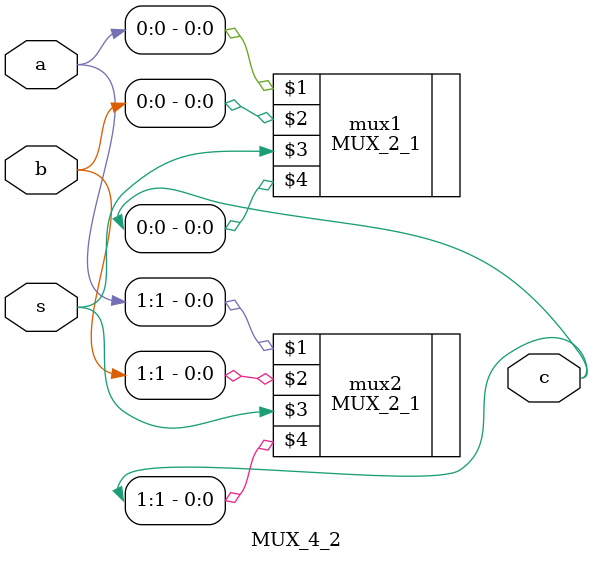
<source format=v>
module MUX_4_2(a, b, s, c);
	 input wire[1:0] a, b;
	 input s;
	 output wire[1:0] c;

	 MUX_2_1 mux1(a[0], b[0], s, c[0]);
	 MUX_2_1 mux2(a[1], b[1], s, c[1]);
endmodule

</source>
